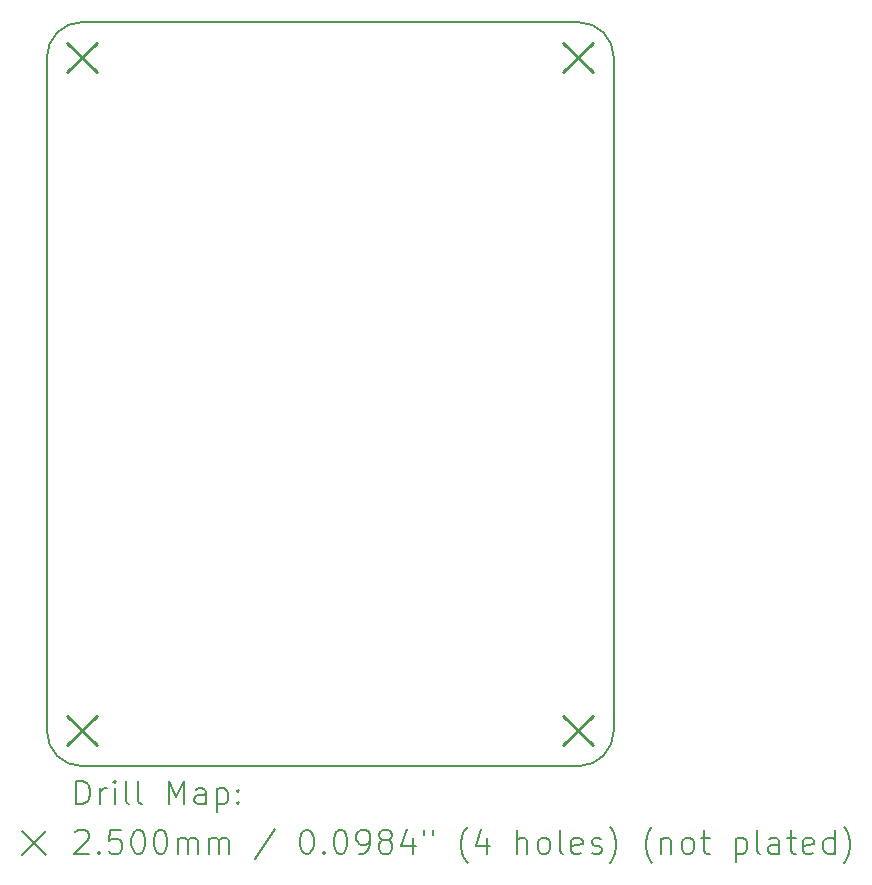
<source format=gbr>
%TF.GenerationSoftware,KiCad,Pcbnew,7.0.8*%
%TF.CreationDate,2024-05-10T00:52:23-03:00*%
%TF.ProjectId,on_off_module_x1,6f6e5f6f-6666-45f6-9d6f-64756c655f78,1.0*%
%TF.SameCoordinates,Original*%
%TF.FileFunction,Drillmap*%
%TF.FilePolarity,Positive*%
%FSLAX45Y45*%
G04 Gerber Fmt 4.5, Leading zero omitted, Abs format (unit mm)*
G04 Created by KiCad (PCBNEW 7.0.8) date 2024-05-10 00:52:23*
%MOMM*%
%LPD*%
G01*
G04 APERTURE LIST*
%ADD10C,0.200000*%
%ADD11C,0.250000*%
G04 APERTURE END LIST*
D10*
X17484303Y-6184035D02*
G75*
G03*
X17184303Y-5884035I-299992J8D01*
G01*
X12983800Y-5884035D02*
G75*
G03*
X12683800Y-6184035I-8J-299992D01*
G01*
X12683800Y-11884035D02*
G75*
G03*
X12983800Y-12184035I299992J-8D01*
G01*
X12983800Y-5884035D02*
X17184303Y-5884035D01*
X12683800Y-11884035D02*
X12683800Y-6184035D01*
X12983800Y-12184035D02*
X17183800Y-12184035D01*
X17484303Y-6184035D02*
X17483800Y-11884035D01*
X17183800Y-12184040D02*
G75*
G03*
X17483800Y-11884035I0J300000D01*
G01*
D11*
X12858800Y-6059035D02*
X13108800Y-6309035D01*
X13108800Y-6059035D02*
X12858800Y-6309035D01*
X12858800Y-11759035D02*
X13108800Y-12009035D01*
X13108800Y-11759035D02*
X12858800Y-12009035D01*
X17058800Y-6059035D02*
X17308800Y-6309035D01*
X17308800Y-6059035D02*
X17058800Y-6309035D01*
X17058800Y-11759035D02*
X17308800Y-12009035D01*
X17308800Y-11759035D02*
X17058800Y-12009035D01*
D10*
X12934577Y-12505519D02*
X12934577Y-12305519D01*
X12934577Y-12305519D02*
X12982196Y-12305519D01*
X12982196Y-12305519D02*
X13010767Y-12315043D01*
X13010767Y-12315043D02*
X13029815Y-12334090D01*
X13029815Y-12334090D02*
X13039339Y-12353138D01*
X13039339Y-12353138D02*
X13048862Y-12391233D01*
X13048862Y-12391233D02*
X13048862Y-12419805D01*
X13048862Y-12419805D02*
X13039339Y-12457900D01*
X13039339Y-12457900D02*
X13029815Y-12476947D01*
X13029815Y-12476947D02*
X13010767Y-12495995D01*
X13010767Y-12495995D02*
X12982196Y-12505519D01*
X12982196Y-12505519D02*
X12934577Y-12505519D01*
X13134577Y-12505519D02*
X13134577Y-12372186D01*
X13134577Y-12410281D02*
X13144100Y-12391233D01*
X13144100Y-12391233D02*
X13153624Y-12381709D01*
X13153624Y-12381709D02*
X13172672Y-12372186D01*
X13172672Y-12372186D02*
X13191720Y-12372186D01*
X13258386Y-12505519D02*
X13258386Y-12372186D01*
X13258386Y-12305519D02*
X13248862Y-12315043D01*
X13248862Y-12315043D02*
X13258386Y-12324567D01*
X13258386Y-12324567D02*
X13267910Y-12315043D01*
X13267910Y-12315043D02*
X13258386Y-12305519D01*
X13258386Y-12305519D02*
X13258386Y-12324567D01*
X13382196Y-12505519D02*
X13363148Y-12495995D01*
X13363148Y-12495995D02*
X13353624Y-12476947D01*
X13353624Y-12476947D02*
X13353624Y-12305519D01*
X13486958Y-12505519D02*
X13467910Y-12495995D01*
X13467910Y-12495995D02*
X13458386Y-12476947D01*
X13458386Y-12476947D02*
X13458386Y-12305519D01*
X13715529Y-12505519D02*
X13715529Y-12305519D01*
X13715529Y-12305519D02*
X13782196Y-12448376D01*
X13782196Y-12448376D02*
X13848862Y-12305519D01*
X13848862Y-12305519D02*
X13848862Y-12505519D01*
X14029815Y-12505519D02*
X14029815Y-12400757D01*
X14029815Y-12400757D02*
X14020291Y-12381709D01*
X14020291Y-12381709D02*
X14001243Y-12372186D01*
X14001243Y-12372186D02*
X13963148Y-12372186D01*
X13963148Y-12372186D02*
X13944100Y-12381709D01*
X14029815Y-12495995D02*
X14010767Y-12505519D01*
X14010767Y-12505519D02*
X13963148Y-12505519D01*
X13963148Y-12505519D02*
X13944100Y-12495995D01*
X13944100Y-12495995D02*
X13934577Y-12476947D01*
X13934577Y-12476947D02*
X13934577Y-12457900D01*
X13934577Y-12457900D02*
X13944100Y-12438852D01*
X13944100Y-12438852D02*
X13963148Y-12429328D01*
X13963148Y-12429328D02*
X14010767Y-12429328D01*
X14010767Y-12429328D02*
X14029815Y-12419805D01*
X14125053Y-12372186D02*
X14125053Y-12572186D01*
X14125053Y-12381709D02*
X14144100Y-12372186D01*
X14144100Y-12372186D02*
X14182196Y-12372186D01*
X14182196Y-12372186D02*
X14201243Y-12381709D01*
X14201243Y-12381709D02*
X14210767Y-12391233D01*
X14210767Y-12391233D02*
X14220291Y-12410281D01*
X14220291Y-12410281D02*
X14220291Y-12467424D01*
X14220291Y-12467424D02*
X14210767Y-12486471D01*
X14210767Y-12486471D02*
X14201243Y-12495995D01*
X14201243Y-12495995D02*
X14182196Y-12505519D01*
X14182196Y-12505519D02*
X14144100Y-12505519D01*
X14144100Y-12505519D02*
X14125053Y-12495995D01*
X14306005Y-12486471D02*
X14315529Y-12495995D01*
X14315529Y-12495995D02*
X14306005Y-12505519D01*
X14306005Y-12505519D02*
X14296481Y-12495995D01*
X14296481Y-12495995D02*
X14306005Y-12486471D01*
X14306005Y-12486471D02*
X14306005Y-12505519D01*
X14306005Y-12381709D02*
X14315529Y-12391233D01*
X14315529Y-12391233D02*
X14306005Y-12400757D01*
X14306005Y-12400757D02*
X14296481Y-12391233D01*
X14296481Y-12391233D02*
X14306005Y-12381709D01*
X14306005Y-12381709D02*
X14306005Y-12400757D01*
X12473800Y-12734035D02*
X12673800Y-12934035D01*
X12673800Y-12734035D02*
X12473800Y-12934035D01*
X12925053Y-12744567D02*
X12934577Y-12735043D01*
X12934577Y-12735043D02*
X12953624Y-12725519D01*
X12953624Y-12725519D02*
X13001243Y-12725519D01*
X13001243Y-12725519D02*
X13020291Y-12735043D01*
X13020291Y-12735043D02*
X13029815Y-12744567D01*
X13029815Y-12744567D02*
X13039339Y-12763614D01*
X13039339Y-12763614D02*
X13039339Y-12782662D01*
X13039339Y-12782662D02*
X13029815Y-12811233D01*
X13029815Y-12811233D02*
X12915529Y-12925519D01*
X12915529Y-12925519D02*
X13039339Y-12925519D01*
X13125053Y-12906471D02*
X13134577Y-12915995D01*
X13134577Y-12915995D02*
X13125053Y-12925519D01*
X13125053Y-12925519D02*
X13115529Y-12915995D01*
X13115529Y-12915995D02*
X13125053Y-12906471D01*
X13125053Y-12906471D02*
X13125053Y-12925519D01*
X13315529Y-12725519D02*
X13220291Y-12725519D01*
X13220291Y-12725519D02*
X13210767Y-12820757D01*
X13210767Y-12820757D02*
X13220291Y-12811233D01*
X13220291Y-12811233D02*
X13239339Y-12801709D01*
X13239339Y-12801709D02*
X13286958Y-12801709D01*
X13286958Y-12801709D02*
X13306005Y-12811233D01*
X13306005Y-12811233D02*
X13315529Y-12820757D01*
X13315529Y-12820757D02*
X13325053Y-12839805D01*
X13325053Y-12839805D02*
X13325053Y-12887424D01*
X13325053Y-12887424D02*
X13315529Y-12906471D01*
X13315529Y-12906471D02*
X13306005Y-12915995D01*
X13306005Y-12915995D02*
X13286958Y-12925519D01*
X13286958Y-12925519D02*
X13239339Y-12925519D01*
X13239339Y-12925519D02*
X13220291Y-12915995D01*
X13220291Y-12915995D02*
X13210767Y-12906471D01*
X13448862Y-12725519D02*
X13467910Y-12725519D01*
X13467910Y-12725519D02*
X13486958Y-12735043D01*
X13486958Y-12735043D02*
X13496481Y-12744567D01*
X13496481Y-12744567D02*
X13506005Y-12763614D01*
X13506005Y-12763614D02*
X13515529Y-12801709D01*
X13515529Y-12801709D02*
X13515529Y-12849328D01*
X13515529Y-12849328D02*
X13506005Y-12887424D01*
X13506005Y-12887424D02*
X13496481Y-12906471D01*
X13496481Y-12906471D02*
X13486958Y-12915995D01*
X13486958Y-12915995D02*
X13467910Y-12925519D01*
X13467910Y-12925519D02*
X13448862Y-12925519D01*
X13448862Y-12925519D02*
X13429815Y-12915995D01*
X13429815Y-12915995D02*
X13420291Y-12906471D01*
X13420291Y-12906471D02*
X13410767Y-12887424D01*
X13410767Y-12887424D02*
X13401243Y-12849328D01*
X13401243Y-12849328D02*
X13401243Y-12801709D01*
X13401243Y-12801709D02*
X13410767Y-12763614D01*
X13410767Y-12763614D02*
X13420291Y-12744567D01*
X13420291Y-12744567D02*
X13429815Y-12735043D01*
X13429815Y-12735043D02*
X13448862Y-12725519D01*
X13639339Y-12725519D02*
X13658386Y-12725519D01*
X13658386Y-12725519D02*
X13677434Y-12735043D01*
X13677434Y-12735043D02*
X13686958Y-12744567D01*
X13686958Y-12744567D02*
X13696481Y-12763614D01*
X13696481Y-12763614D02*
X13706005Y-12801709D01*
X13706005Y-12801709D02*
X13706005Y-12849328D01*
X13706005Y-12849328D02*
X13696481Y-12887424D01*
X13696481Y-12887424D02*
X13686958Y-12906471D01*
X13686958Y-12906471D02*
X13677434Y-12915995D01*
X13677434Y-12915995D02*
X13658386Y-12925519D01*
X13658386Y-12925519D02*
X13639339Y-12925519D01*
X13639339Y-12925519D02*
X13620291Y-12915995D01*
X13620291Y-12915995D02*
X13610767Y-12906471D01*
X13610767Y-12906471D02*
X13601243Y-12887424D01*
X13601243Y-12887424D02*
X13591720Y-12849328D01*
X13591720Y-12849328D02*
X13591720Y-12801709D01*
X13591720Y-12801709D02*
X13601243Y-12763614D01*
X13601243Y-12763614D02*
X13610767Y-12744567D01*
X13610767Y-12744567D02*
X13620291Y-12735043D01*
X13620291Y-12735043D02*
X13639339Y-12725519D01*
X13791720Y-12925519D02*
X13791720Y-12792186D01*
X13791720Y-12811233D02*
X13801243Y-12801709D01*
X13801243Y-12801709D02*
X13820291Y-12792186D01*
X13820291Y-12792186D02*
X13848862Y-12792186D01*
X13848862Y-12792186D02*
X13867910Y-12801709D01*
X13867910Y-12801709D02*
X13877434Y-12820757D01*
X13877434Y-12820757D02*
X13877434Y-12925519D01*
X13877434Y-12820757D02*
X13886958Y-12801709D01*
X13886958Y-12801709D02*
X13906005Y-12792186D01*
X13906005Y-12792186D02*
X13934577Y-12792186D01*
X13934577Y-12792186D02*
X13953624Y-12801709D01*
X13953624Y-12801709D02*
X13963148Y-12820757D01*
X13963148Y-12820757D02*
X13963148Y-12925519D01*
X14058386Y-12925519D02*
X14058386Y-12792186D01*
X14058386Y-12811233D02*
X14067910Y-12801709D01*
X14067910Y-12801709D02*
X14086958Y-12792186D01*
X14086958Y-12792186D02*
X14115529Y-12792186D01*
X14115529Y-12792186D02*
X14134577Y-12801709D01*
X14134577Y-12801709D02*
X14144101Y-12820757D01*
X14144101Y-12820757D02*
X14144101Y-12925519D01*
X14144101Y-12820757D02*
X14153624Y-12801709D01*
X14153624Y-12801709D02*
X14172672Y-12792186D01*
X14172672Y-12792186D02*
X14201243Y-12792186D01*
X14201243Y-12792186D02*
X14220291Y-12801709D01*
X14220291Y-12801709D02*
X14229815Y-12820757D01*
X14229815Y-12820757D02*
X14229815Y-12925519D01*
X14620291Y-12715995D02*
X14448863Y-12973138D01*
X14877434Y-12725519D02*
X14896482Y-12725519D01*
X14896482Y-12725519D02*
X14915529Y-12735043D01*
X14915529Y-12735043D02*
X14925053Y-12744567D01*
X14925053Y-12744567D02*
X14934577Y-12763614D01*
X14934577Y-12763614D02*
X14944101Y-12801709D01*
X14944101Y-12801709D02*
X14944101Y-12849328D01*
X14944101Y-12849328D02*
X14934577Y-12887424D01*
X14934577Y-12887424D02*
X14925053Y-12906471D01*
X14925053Y-12906471D02*
X14915529Y-12915995D01*
X14915529Y-12915995D02*
X14896482Y-12925519D01*
X14896482Y-12925519D02*
X14877434Y-12925519D01*
X14877434Y-12925519D02*
X14858386Y-12915995D01*
X14858386Y-12915995D02*
X14848863Y-12906471D01*
X14848863Y-12906471D02*
X14839339Y-12887424D01*
X14839339Y-12887424D02*
X14829815Y-12849328D01*
X14829815Y-12849328D02*
X14829815Y-12801709D01*
X14829815Y-12801709D02*
X14839339Y-12763614D01*
X14839339Y-12763614D02*
X14848863Y-12744567D01*
X14848863Y-12744567D02*
X14858386Y-12735043D01*
X14858386Y-12735043D02*
X14877434Y-12725519D01*
X15029815Y-12906471D02*
X15039339Y-12915995D01*
X15039339Y-12915995D02*
X15029815Y-12925519D01*
X15029815Y-12925519D02*
X15020291Y-12915995D01*
X15020291Y-12915995D02*
X15029815Y-12906471D01*
X15029815Y-12906471D02*
X15029815Y-12925519D01*
X15163148Y-12725519D02*
X15182196Y-12725519D01*
X15182196Y-12725519D02*
X15201244Y-12735043D01*
X15201244Y-12735043D02*
X15210767Y-12744567D01*
X15210767Y-12744567D02*
X15220291Y-12763614D01*
X15220291Y-12763614D02*
X15229815Y-12801709D01*
X15229815Y-12801709D02*
X15229815Y-12849328D01*
X15229815Y-12849328D02*
X15220291Y-12887424D01*
X15220291Y-12887424D02*
X15210767Y-12906471D01*
X15210767Y-12906471D02*
X15201244Y-12915995D01*
X15201244Y-12915995D02*
X15182196Y-12925519D01*
X15182196Y-12925519D02*
X15163148Y-12925519D01*
X15163148Y-12925519D02*
X15144101Y-12915995D01*
X15144101Y-12915995D02*
X15134577Y-12906471D01*
X15134577Y-12906471D02*
X15125053Y-12887424D01*
X15125053Y-12887424D02*
X15115529Y-12849328D01*
X15115529Y-12849328D02*
X15115529Y-12801709D01*
X15115529Y-12801709D02*
X15125053Y-12763614D01*
X15125053Y-12763614D02*
X15134577Y-12744567D01*
X15134577Y-12744567D02*
X15144101Y-12735043D01*
X15144101Y-12735043D02*
X15163148Y-12725519D01*
X15325053Y-12925519D02*
X15363148Y-12925519D01*
X15363148Y-12925519D02*
X15382196Y-12915995D01*
X15382196Y-12915995D02*
X15391720Y-12906471D01*
X15391720Y-12906471D02*
X15410767Y-12877900D01*
X15410767Y-12877900D02*
X15420291Y-12839805D01*
X15420291Y-12839805D02*
X15420291Y-12763614D01*
X15420291Y-12763614D02*
X15410767Y-12744567D01*
X15410767Y-12744567D02*
X15401244Y-12735043D01*
X15401244Y-12735043D02*
X15382196Y-12725519D01*
X15382196Y-12725519D02*
X15344101Y-12725519D01*
X15344101Y-12725519D02*
X15325053Y-12735043D01*
X15325053Y-12735043D02*
X15315529Y-12744567D01*
X15315529Y-12744567D02*
X15306005Y-12763614D01*
X15306005Y-12763614D02*
X15306005Y-12811233D01*
X15306005Y-12811233D02*
X15315529Y-12830281D01*
X15315529Y-12830281D02*
X15325053Y-12839805D01*
X15325053Y-12839805D02*
X15344101Y-12849328D01*
X15344101Y-12849328D02*
X15382196Y-12849328D01*
X15382196Y-12849328D02*
X15401244Y-12839805D01*
X15401244Y-12839805D02*
X15410767Y-12830281D01*
X15410767Y-12830281D02*
X15420291Y-12811233D01*
X15534577Y-12811233D02*
X15515529Y-12801709D01*
X15515529Y-12801709D02*
X15506005Y-12792186D01*
X15506005Y-12792186D02*
X15496482Y-12773138D01*
X15496482Y-12773138D02*
X15496482Y-12763614D01*
X15496482Y-12763614D02*
X15506005Y-12744567D01*
X15506005Y-12744567D02*
X15515529Y-12735043D01*
X15515529Y-12735043D02*
X15534577Y-12725519D01*
X15534577Y-12725519D02*
X15572672Y-12725519D01*
X15572672Y-12725519D02*
X15591720Y-12735043D01*
X15591720Y-12735043D02*
X15601244Y-12744567D01*
X15601244Y-12744567D02*
X15610767Y-12763614D01*
X15610767Y-12763614D02*
X15610767Y-12773138D01*
X15610767Y-12773138D02*
X15601244Y-12792186D01*
X15601244Y-12792186D02*
X15591720Y-12801709D01*
X15591720Y-12801709D02*
X15572672Y-12811233D01*
X15572672Y-12811233D02*
X15534577Y-12811233D01*
X15534577Y-12811233D02*
X15515529Y-12820757D01*
X15515529Y-12820757D02*
X15506005Y-12830281D01*
X15506005Y-12830281D02*
X15496482Y-12849328D01*
X15496482Y-12849328D02*
X15496482Y-12887424D01*
X15496482Y-12887424D02*
X15506005Y-12906471D01*
X15506005Y-12906471D02*
X15515529Y-12915995D01*
X15515529Y-12915995D02*
X15534577Y-12925519D01*
X15534577Y-12925519D02*
X15572672Y-12925519D01*
X15572672Y-12925519D02*
X15591720Y-12915995D01*
X15591720Y-12915995D02*
X15601244Y-12906471D01*
X15601244Y-12906471D02*
X15610767Y-12887424D01*
X15610767Y-12887424D02*
X15610767Y-12849328D01*
X15610767Y-12849328D02*
X15601244Y-12830281D01*
X15601244Y-12830281D02*
X15591720Y-12820757D01*
X15591720Y-12820757D02*
X15572672Y-12811233D01*
X15782196Y-12792186D02*
X15782196Y-12925519D01*
X15734577Y-12715995D02*
X15686958Y-12858852D01*
X15686958Y-12858852D02*
X15810767Y-12858852D01*
X15877434Y-12725519D02*
X15877434Y-12763614D01*
X15953625Y-12725519D02*
X15953625Y-12763614D01*
X16248863Y-13001709D02*
X16239339Y-12992186D01*
X16239339Y-12992186D02*
X16220291Y-12963614D01*
X16220291Y-12963614D02*
X16210767Y-12944567D01*
X16210767Y-12944567D02*
X16201244Y-12915995D01*
X16201244Y-12915995D02*
X16191720Y-12868376D01*
X16191720Y-12868376D02*
X16191720Y-12830281D01*
X16191720Y-12830281D02*
X16201244Y-12782662D01*
X16201244Y-12782662D02*
X16210767Y-12754090D01*
X16210767Y-12754090D02*
X16220291Y-12735043D01*
X16220291Y-12735043D02*
X16239339Y-12706471D01*
X16239339Y-12706471D02*
X16248863Y-12696947D01*
X16410767Y-12792186D02*
X16410767Y-12925519D01*
X16363148Y-12715995D02*
X16315529Y-12858852D01*
X16315529Y-12858852D02*
X16439339Y-12858852D01*
X16667910Y-12925519D02*
X16667910Y-12725519D01*
X16753625Y-12925519D02*
X16753625Y-12820757D01*
X16753625Y-12820757D02*
X16744101Y-12801709D01*
X16744101Y-12801709D02*
X16725053Y-12792186D01*
X16725053Y-12792186D02*
X16696482Y-12792186D01*
X16696482Y-12792186D02*
X16677434Y-12801709D01*
X16677434Y-12801709D02*
X16667910Y-12811233D01*
X16877434Y-12925519D02*
X16858387Y-12915995D01*
X16858387Y-12915995D02*
X16848863Y-12906471D01*
X16848863Y-12906471D02*
X16839339Y-12887424D01*
X16839339Y-12887424D02*
X16839339Y-12830281D01*
X16839339Y-12830281D02*
X16848863Y-12811233D01*
X16848863Y-12811233D02*
X16858387Y-12801709D01*
X16858387Y-12801709D02*
X16877434Y-12792186D01*
X16877434Y-12792186D02*
X16906006Y-12792186D01*
X16906006Y-12792186D02*
X16925053Y-12801709D01*
X16925053Y-12801709D02*
X16934577Y-12811233D01*
X16934577Y-12811233D02*
X16944101Y-12830281D01*
X16944101Y-12830281D02*
X16944101Y-12887424D01*
X16944101Y-12887424D02*
X16934577Y-12906471D01*
X16934577Y-12906471D02*
X16925053Y-12915995D01*
X16925053Y-12915995D02*
X16906006Y-12925519D01*
X16906006Y-12925519D02*
X16877434Y-12925519D01*
X17058387Y-12925519D02*
X17039339Y-12915995D01*
X17039339Y-12915995D02*
X17029815Y-12896947D01*
X17029815Y-12896947D02*
X17029815Y-12725519D01*
X17210768Y-12915995D02*
X17191720Y-12925519D01*
X17191720Y-12925519D02*
X17153625Y-12925519D01*
X17153625Y-12925519D02*
X17134577Y-12915995D01*
X17134577Y-12915995D02*
X17125053Y-12896947D01*
X17125053Y-12896947D02*
X17125053Y-12820757D01*
X17125053Y-12820757D02*
X17134577Y-12801709D01*
X17134577Y-12801709D02*
X17153625Y-12792186D01*
X17153625Y-12792186D02*
X17191720Y-12792186D01*
X17191720Y-12792186D02*
X17210768Y-12801709D01*
X17210768Y-12801709D02*
X17220291Y-12820757D01*
X17220291Y-12820757D02*
X17220291Y-12839805D01*
X17220291Y-12839805D02*
X17125053Y-12858852D01*
X17296482Y-12915995D02*
X17315530Y-12925519D01*
X17315530Y-12925519D02*
X17353625Y-12925519D01*
X17353625Y-12925519D02*
X17372672Y-12915995D01*
X17372672Y-12915995D02*
X17382196Y-12896947D01*
X17382196Y-12896947D02*
X17382196Y-12887424D01*
X17382196Y-12887424D02*
X17372672Y-12868376D01*
X17372672Y-12868376D02*
X17353625Y-12858852D01*
X17353625Y-12858852D02*
X17325053Y-12858852D01*
X17325053Y-12858852D02*
X17306006Y-12849328D01*
X17306006Y-12849328D02*
X17296482Y-12830281D01*
X17296482Y-12830281D02*
X17296482Y-12820757D01*
X17296482Y-12820757D02*
X17306006Y-12801709D01*
X17306006Y-12801709D02*
X17325053Y-12792186D01*
X17325053Y-12792186D02*
X17353625Y-12792186D01*
X17353625Y-12792186D02*
X17372672Y-12801709D01*
X17448863Y-13001709D02*
X17458387Y-12992186D01*
X17458387Y-12992186D02*
X17477434Y-12963614D01*
X17477434Y-12963614D02*
X17486958Y-12944567D01*
X17486958Y-12944567D02*
X17496482Y-12915995D01*
X17496482Y-12915995D02*
X17506006Y-12868376D01*
X17506006Y-12868376D02*
X17506006Y-12830281D01*
X17506006Y-12830281D02*
X17496482Y-12782662D01*
X17496482Y-12782662D02*
X17486958Y-12754090D01*
X17486958Y-12754090D02*
X17477434Y-12735043D01*
X17477434Y-12735043D02*
X17458387Y-12706471D01*
X17458387Y-12706471D02*
X17448863Y-12696947D01*
X17810768Y-13001709D02*
X17801244Y-12992186D01*
X17801244Y-12992186D02*
X17782196Y-12963614D01*
X17782196Y-12963614D02*
X17772672Y-12944567D01*
X17772672Y-12944567D02*
X17763149Y-12915995D01*
X17763149Y-12915995D02*
X17753625Y-12868376D01*
X17753625Y-12868376D02*
X17753625Y-12830281D01*
X17753625Y-12830281D02*
X17763149Y-12782662D01*
X17763149Y-12782662D02*
X17772672Y-12754090D01*
X17772672Y-12754090D02*
X17782196Y-12735043D01*
X17782196Y-12735043D02*
X17801244Y-12706471D01*
X17801244Y-12706471D02*
X17810768Y-12696947D01*
X17886958Y-12792186D02*
X17886958Y-12925519D01*
X17886958Y-12811233D02*
X17896482Y-12801709D01*
X17896482Y-12801709D02*
X17915530Y-12792186D01*
X17915530Y-12792186D02*
X17944101Y-12792186D01*
X17944101Y-12792186D02*
X17963149Y-12801709D01*
X17963149Y-12801709D02*
X17972672Y-12820757D01*
X17972672Y-12820757D02*
X17972672Y-12925519D01*
X18096482Y-12925519D02*
X18077434Y-12915995D01*
X18077434Y-12915995D02*
X18067911Y-12906471D01*
X18067911Y-12906471D02*
X18058387Y-12887424D01*
X18058387Y-12887424D02*
X18058387Y-12830281D01*
X18058387Y-12830281D02*
X18067911Y-12811233D01*
X18067911Y-12811233D02*
X18077434Y-12801709D01*
X18077434Y-12801709D02*
X18096482Y-12792186D01*
X18096482Y-12792186D02*
X18125053Y-12792186D01*
X18125053Y-12792186D02*
X18144101Y-12801709D01*
X18144101Y-12801709D02*
X18153625Y-12811233D01*
X18153625Y-12811233D02*
X18163149Y-12830281D01*
X18163149Y-12830281D02*
X18163149Y-12887424D01*
X18163149Y-12887424D02*
X18153625Y-12906471D01*
X18153625Y-12906471D02*
X18144101Y-12915995D01*
X18144101Y-12915995D02*
X18125053Y-12925519D01*
X18125053Y-12925519D02*
X18096482Y-12925519D01*
X18220292Y-12792186D02*
X18296482Y-12792186D01*
X18248863Y-12725519D02*
X18248863Y-12896947D01*
X18248863Y-12896947D02*
X18258387Y-12915995D01*
X18258387Y-12915995D02*
X18277434Y-12925519D01*
X18277434Y-12925519D02*
X18296482Y-12925519D01*
X18515530Y-12792186D02*
X18515530Y-12992186D01*
X18515530Y-12801709D02*
X18534577Y-12792186D01*
X18534577Y-12792186D02*
X18572673Y-12792186D01*
X18572673Y-12792186D02*
X18591720Y-12801709D01*
X18591720Y-12801709D02*
X18601244Y-12811233D01*
X18601244Y-12811233D02*
X18610768Y-12830281D01*
X18610768Y-12830281D02*
X18610768Y-12887424D01*
X18610768Y-12887424D02*
X18601244Y-12906471D01*
X18601244Y-12906471D02*
X18591720Y-12915995D01*
X18591720Y-12915995D02*
X18572673Y-12925519D01*
X18572673Y-12925519D02*
X18534577Y-12925519D01*
X18534577Y-12925519D02*
X18515530Y-12915995D01*
X18725053Y-12925519D02*
X18706006Y-12915995D01*
X18706006Y-12915995D02*
X18696482Y-12896947D01*
X18696482Y-12896947D02*
X18696482Y-12725519D01*
X18886958Y-12925519D02*
X18886958Y-12820757D01*
X18886958Y-12820757D02*
X18877434Y-12801709D01*
X18877434Y-12801709D02*
X18858387Y-12792186D01*
X18858387Y-12792186D02*
X18820292Y-12792186D01*
X18820292Y-12792186D02*
X18801244Y-12801709D01*
X18886958Y-12915995D02*
X18867911Y-12925519D01*
X18867911Y-12925519D02*
X18820292Y-12925519D01*
X18820292Y-12925519D02*
X18801244Y-12915995D01*
X18801244Y-12915995D02*
X18791720Y-12896947D01*
X18791720Y-12896947D02*
X18791720Y-12877900D01*
X18791720Y-12877900D02*
X18801244Y-12858852D01*
X18801244Y-12858852D02*
X18820292Y-12849328D01*
X18820292Y-12849328D02*
X18867911Y-12849328D01*
X18867911Y-12849328D02*
X18886958Y-12839805D01*
X18953625Y-12792186D02*
X19029815Y-12792186D01*
X18982196Y-12725519D02*
X18982196Y-12896947D01*
X18982196Y-12896947D02*
X18991720Y-12915995D01*
X18991720Y-12915995D02*
X19010768Y-12925519D01*
X19010768Y-12925519D02*
X19029815Y-12925519D01*
X19172673Y-12915995D02*
X19153625Y-12925519D01*
X19153625Y-12925519D02*
X19115530Y-12925519D01*
X19115530Y-12925519D02*
X19096482Y-12915995D01*
X19096482Y-12915995D02*
X19086958Y-12896947D01*
X19086958Y-12896947D02*
X19086958Y-12820757D01*
X19086958Y-12820757D02*
X19096482Y-12801709D01*
X19096482Y-12801709D02*
X19115530Y-12792186D01*
X19115530Y-12792186D02*
X19153625Y-12792186D01*
X19153625Y-12792186D02*
X19172673Y-12801709D01*
X19172673Y-12801709D02*
X19182196Y-12820757D01*
X19182196Y-12820757D02*
X19182196Y-12839805D01*
X19182196Y-12839805D02*
X19086958Y-12858852D01*
X19353625Y-12925519D02*
X19353625Y-12725519D01*
X19353625Y-12915995D02*
X19334577Y-12925519D01*
X19334577Y-12925519D02*
X19296482Y-12925519D01*
X19296482Y-12925519D02*
X19277434Y-12915995D01*
X19277434Y-12915995D02*
X19267911Y-12906471D01*
X19267911Y-12906471D02*
X19258387Y-12887424D01*
X19258387Y-12887424D02*
X19258387Y-12830281D01*
X19258387Y-12830281D02*
X19267911Y-12811233D01*
X19267911Y-12811233D02*
X19277434Y-12801709D01*
X19277434Y-12801709D02*
X19296482Y-12792186D01*
X19296482Y-12792186D02*
X19334577Y-12792186D01*
X19334577Y-12792186D02*
X19353625Y-12801709D01*
X19429815Y-13001709D02*
X19439339Y-12992186D01*
X19439339Y-12992186D02*
X19458387Y-12963614D01*
X19458387Y-12963614D02*
X19467911Y-12944567D01*
X19467911Y-12944567D02*
X19477434Y-12915995D01*
X19477434Y-12915995D02*
X19486958Y-12868376D01*
X19486958Y-12868376D02*
X19486958Y-12830281D01*
X19486958Y-12830281D02*
X19477434Y-12782662D01*
X19477434Y-12782662D02*
X19467911Y-12754090D01*
X19467911Y-12754090D02*
X19458387Y-12735043D01*
X19458387Y-12735043D02*
X19439339Y-12706471D01*
X19439339Y-12706471D02*
X19429815Y-12696947D01*
M02*

</source>
